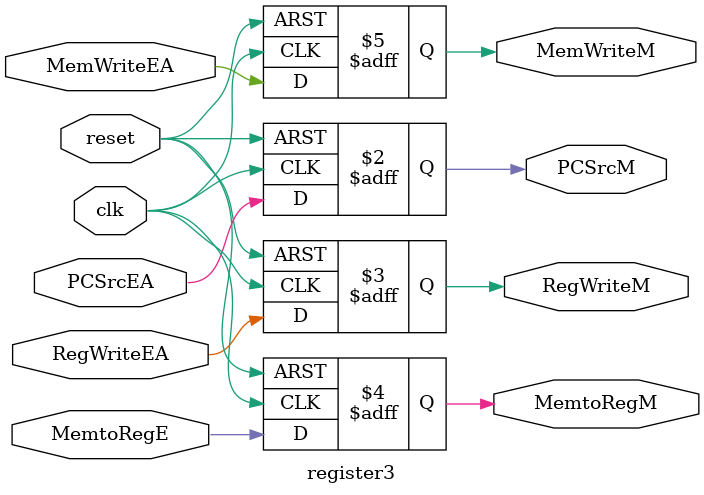
<source format=v>
module register3(
    clk,
    reset,
    PCSrcEA,
    RegWriteEA,
    MemtoRegE,
    MemWriteEA,
    PCSrcM,
    RegWriteM,
    MemtoRegM,
    MemWriteM
);
    input wire clk;
    input wire reset;
    
    input wire PCSrcEA;
    input wire RegWriteEA;
    input wire MemtoRegE;
    input wire MemWriteEA;
    
    output reg PCSrcM;
    output reg RegWriteM;
    output reg MemtoRegM;
    output reg MemWriteM;
    
    always @(posedge clk, posedge reset) begin
        if (reset) begin
            PCSrcM <= 0;
            RegWriteM <= 0;
            MemtoRegM <= 0;
            MemWriteM <= 0;
        end
        else begin
            PCSrcM <= PCSrcEA;
            RegWriteM <= RegWriteEA;
            MemtoRegM <= MemtoRegE;
            MemWriteM <= MemWriteEA;
        end
    end
endmodule

</source>
